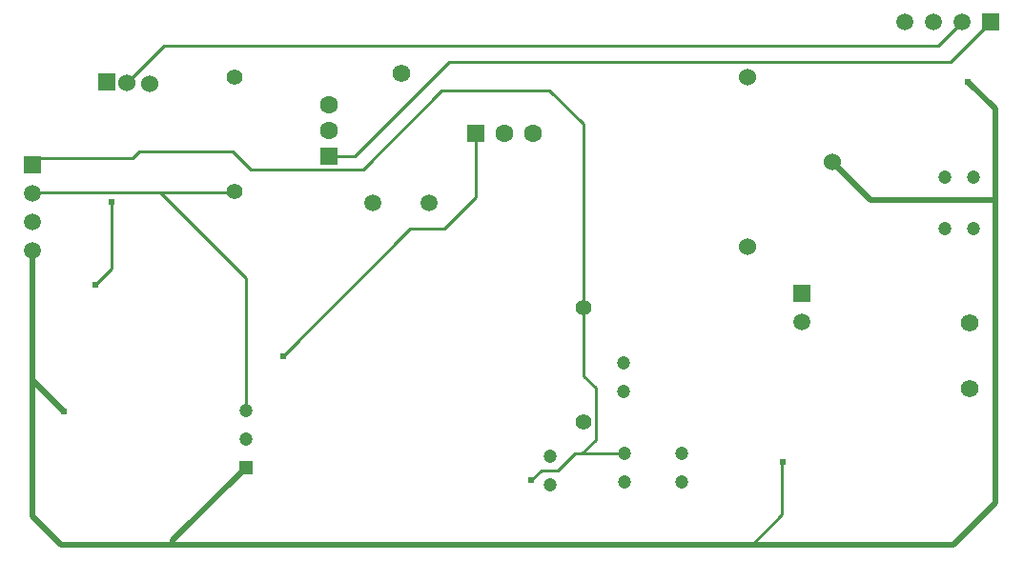
<source format=gbl>
G04*
G04 #@! TF.GenerationSoftware,Altium Limited,Altium Designer,22.7.1 (60)*
G04*
G04 Layer_Physical_Order=2*
G04 Layer_Color=16711680*
%FSLAX44Y44*%
%MOMM*%
G71*
G04*
G04 #@! TF.SameCoordinates,9849E2FD-7F07-45F3-A7E4-9B4BFC9397C6*
G04*
G04*
G04 #@! TF.FilePolarity,Positive*
G04*
G01*
G75*
%ADD12C,0.2540*%
%ADD37C,1.5700*%
%ADD43C,0.5080*%
%ADD45R,1.2000X1.2000*%
%ADD46C,1.2000*%
%ADD47C,1.5240*%
%ADD48R,1.5240X1.5240*%
%ADD49C,1.6000*%
%ADD50R,1.6000X1.6000*%
%ADD51C,1.6000*%
%ADD52R,1.6000X1.6000*%
%ADD53C,1.5000*%
%ADD54R,1.5000X1.5000*%
%ADD55R,1.5000X1.5000*%
%ADD56C,1.4000*%
%ADD57C,0.6096*%
D12*
X514350Y167986D02*
Y228600D01*
X484306Y421640D02*
X514350Y391596D01*
X318450Y351470D02*
X388620Y421640D01*
X514350Y228600D02*
Y391596D01*
X388620Y421640D02*
X484306D01*
X25400Y143510D02*
X26284D01*
X95250Y262890D02*
Y322580D01*
X81280Y248920D02*
X95250Y262890D01*
X394970Y447040D02*
X840740D01*
X876300Y482600D01*
X311210Y363280D02*
X394970Y447040D01*
X829310Y461010D02*
X850900Y482600D01*
X142240Y461010D02*
X829310D01*
X109220Y427990D02*
X142240Y461010D01*
X31630Y361830D02*
X114189D01*
X25400Y355600D02*
X31630Y361830D01*
X138430Y330835D02*
X202565D01*
X26035D02*
X138430D01*
X214630Y137160D02*
Y254635D01*
X138430Y330835D02*
X214630Y254635D01*
X25400Y330200D02*
X26035Y330835D01*
X202565D02*
X203200Y331470D01*
X247650Y185420D02*
X360680Y298450D01*
X391160D01*
X419100Y326390D02*
Y383540D01*
X391160Y298450D02*
X419100Y326390D01*
X513080Y99060D02*
X551180D01*
X506633D02*
X513080D01*
X525160Y111140D01*
X514350Y167986D02*
X525160Y157176D01*
Y111140D02*
Y157176D01*
X491743Y84170D02*
X506633Y99060D01*
X476861Y84170D02*
X491743D01*
X467802Y75111D02*
X476861Y84170D01*
X202598Y367680D02*
X218808Y351470D01*
X318450D01*
X120039Y367680D02*
X202598D01*
X114189Y361830D02*
X120039Y367680D01*
X288290Y363280D02*
X311210D01*
X664210Y17780D02*
X690880Y44450D01*
Y91582D01*
D37*
X353060Y436880D02*
D03*
X857250Y156210D02*
D03*
Y214630D02*
D03*
D43*
X25400Y163830D02*
Y279400D01*
Y143510D02*
Y163830D01*
X53340Y135890D01*
X25400Y43180D02*
Y143510D01*
Y43180D02*
X50800Y17780D01*
X855980Y429260D02*
X880110Y405130D01*
Y323850D02*
Y405130D01*
Y54610D02*
Y323850D01*
X735330Y358140D02*
X769620Y323850D01*
X880110D01*
X664210Y17780D02*
X843280D01*
X149860D02*
X664210D01*
X50800D02*
X149860D01*
Y21590D01*
X214630Y86360D01*
X843280Y17780D02*
X880110Y54610D01*
D45*
X214630Y86360D02*
D03*
D46*
Y111760D02*
D03*
Y137160D02*
D03*
X861060Y344170D02*
D03*
X835660D02*
D03*
Y298450D02*
D03*
X861060D02*
D03*
X601980Y99060D02*
D03*
Y73660D02*
D03*
X551180D02*
D03*
Y99060D02*
D03*
X485140Y71120D02*
D03*
Y96520D02*
D03*
X549910Y153670D02*
D03*
Y179070D02*
D03*
D47*
X128905Y427673D02*
D03*
X109220Y427990D02*
D03*
X735330Y358140D02*
D03*
X660330Y433140D02*
D03*
Y283140D02*
D03*
D48*
X90805Y428942D02*
D03*
D49*
X288290Y408880D02*
D03*
Y386080D02*
D03*
D50*
Y363280D02*
D03*
D51*
X444500Y383540D02*
D03*
X469900D02*
D03*
D52*
X419100D02*
D03*
D53*
X800100Y482600D02*
D03*
X825500D02*
D03*
X850900D02*
D03*
X708660Y215900D02*
D03*
X327660Y321310D02*
D03*
X377660D02*
D03*
X25400Y330200D02*
D03*
Y279400D02*
D03*
Y304800D02*
D03*
D54*
X876300Y482600D02*
D03*
D55*
X708660Y241300D02*
D03*
X25400Y355600D02*
D03*
D56*
X514350Y127000D02*
D03*
Y228600D02*
D03*
X204470Y433070D02*
D03*
Y331470D02*
D03*
D57*
X53340Y135890D02*
D03*
X81280Y248920D02*
D03*
X95250Y322580D02*
D03*
X855980Y429260D02*
D03*
X247650Y185420D02*
D03*
X467802Y75111D02*
D03*
X691215Y91582D02*
D03*
M02*

</source>
